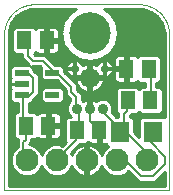
<source format=gtl>
G75*
%MOIN*%
%OFA0B0*%
%FSLAX25Y25*%
%IPPOS*%
%LPD*%
%AMOC8*
5,1,8,0,0,1.08239X$1,22.5*
%
%ADD10C,0.00000*%
%ADD11R,0.05118X0.05906*%
%ADD12R,0.04724X0.02165*%
%ADD13C,0.07600*%
%ADD14C,0.13843*%
%ADD15C,0.03543*%
%ADD16C,0.02756*%
%ADD17C,0.06614*%
%ADD18R,0.06299X0.07087*%
%ADD19R,0.05118X0.06299*%
%ADD20C,0.00800*%
%ADD21C,0.01000*%
%ADD22C,0.00600*%
D10*
X0001802Y0001500D02*
X0056802Y0001500D01*
X0056802Y0053500D01*
X0056799Y0053742D01*
X0056790Y0053983D01*
X0056776Y0054224D01*
X0056755Y0054465D01*
X0056729Y0054705D01*
X0056697Y0054945D01*
X0056659Y0055184D01*
X0056616Y0055421D01*
X0056566Y0055658D01*
X0056511Y0055893D01*
X0056451Y0056127D01*
X0056384Y0056359D01*
X0056313Y0056590D01*
X0056235Y0056819D01*
X0056152Y0057046D01*
X0056064Y0057271D01*
X0055970Y0057494D01*
X0055871Y0057714D01*
X0055766Y0057932D01*
X0055657Y0058147D01*
X0055542Y0058360D01*
X0055422Y0058570D01*
X0055297Y0058776D01*
X0055167Y0058980D01*
X0055032Y0059181D01*
X0054892Y0059378D01*
X0054748Y0059572D01*
X0054599Y0059762D01*
X0054445Y0059948D01*
X0054287Y0060131D01*
X0054125Y0060310D01*
X0053958Y0060485D01*
X0053787Y0060656D01*
X0053612Y0060823D01*
X0053433Y0060985D01*
X0053250Y0061143D01*
X0053064Y0061297D01*
X0052874Y0061446D01*
X0052680Y0061590D01*
X0052483Y0061730D01*
X0052282Y0061865D01*
X0052078Y0061995D01*
X0051872Y0062120D01*
X0051662Y0062240D01*
X0051449Y0062355D01*
X0051234Y0062464D01*
X0051016Y0062569D01*
X0050796Y0062668D01*
X0050573Y0062762D01*
X0050348Y0062850D01*
X0050121Y0062933D01*
X0049892Y0063011D01*
X0049661Y0063082D01*
X0049429Y0063149D01*
X0049195Y0063209D01*
X0048960Y0063264D01*
X0048723Y0063314D01*
X0048486Y0063357D01*
X0048247Y0063395D01*
X0048007Y0063427D01*
X0047767Y0063453D01*
X0047526Y0063474D01*
X0047285Y0063488D01*
X0047044Y0063497D01*
X0046802Y0063500D01*
X0011802Y0063500D01*
X0011560Y0063497D01*
X0011319Y0063488D01*
X0011078Y0063474D01*
X0010837Y0063453D01*
X0010597Y0063427D01*
X0010357Y0063395D01*
X0010118Y0063357D01*
X0009881Y0063314D01*
X0009644Y0063264D01*
X0009409Y0063209D01*
X0009175Y0063149D01*
X0008943Y0063082D01*
X0008712Y0063011D01*
X0008483Y0062933D01*
X0008256Y0062850D01*
X0008031Y0062762D01*
X0007808Y0062668D01*
X0007588Y0062569D01*
X0007370Y0062464D01*
X0007155Y0062355D01*
X0006942Y0062240D01*
X0006732Y0062120D01*
X0006526Y0061995D01*
X0006322Y0061865D01*
X0006121Y0061730D01*
X0005924Y0061590D01*
X0005730Y0061446D01*
X0005540Y0061297D01*
X0005354Y0061143D01*
X0005171Y0060985D01*
X0004992Y0060823D01*
X0004817Y0060656D01*
X0004646Y0060485D01*
X0004479Y0060310D01*
X0004317Y0060131D01*
X0004159Y0059948D01*
X0004005Y0059762D01*
X0003856Y0059572D01*
X0003712Y0059378D01*
X0003572Y0059181D01*
X0003437Y0058980D01*
X0003307Y0058776D01*
X0003182Y0058570D01*
X0003062Y0058360D01*
X0002947Y0058147D01*
X0002838Y0057932D01*
X0002733Y0057714D01*
X0002634Y0057494D01*
X0002540Y0057271D01*
X0002452Y0057046D01*
X0002369Y0056819D01*
X0002291Y0056590D01*
X0002220Y0056359D01*
X0002153Y0056127D01*
X0002093Y0055893D01*
X0002038Y0055658D01*
X0001988Y0055421D01*
X0001945Y0055184D01*
X0001907Y0054945D01*
X0001875Y0054705D01*
X0001849Y0054465D01*
X0001828Y0054224D01*
X0001814Y0053983D01*
X0001805Y0053742D01*
X0001802Y0053500D01*
X0001802Y0001500D01*
X0028629Y0039000D02*
X0028631Y0039081D01*
X0028637Y0039163D01*
X0028647Y0039244D01*
X0028661Y0039324D01*
X0028678Y0039403D01*
X0028700Y0039482D01*
X0028725Y0039559D01*
X0028754Y0039636D01*
X0028787Y0039710D01*
X0028824Y0039783D01*
X0028863Y0039854D01*
X0028907Y0039923D01*
X0028953Y0039990D01*
X0029003Y0040054D01*
X0029056Y0040116D01*
X0029112Y0040176D01*
X0029170Y0040232D01*
X0029232Y0040286D01*
X0029296Y0040337D01*
X0029362Y0040384D01*
X0029430Y0040428D01*
X0029501Y0040469D01*
X0029573Y0040506D01*
X0029648Y0040540D01*
X0029723Y0040570D01*
X0029801Y0040596D01*
X0029879Y0040619D01*
X0029958Y0040637D01*
X0030038Y0040652D01*
X0030119Y0040663D01*
X0030200Y0040670D01*
X0030282Y0040673D01*
X0030363Y0040672D01*
X0030444Y0040667D01*
X0030525Y0040658D01*
X0030606Y0040645D01*
X0030686Y0040628D01*
X0030764Y0040608D01*
X0030842Y0040583D01*
X0030919Y0040555D01*
X0030994Y0040523D01*
X0031067Y0040488D01*
X0031138Y0040449D01*
X0031208Y0040406D01*
X0031275Y0040361D01*
X0031341Y0040312D01*
X0031403Y0040260D01*
X0031463Y0040204D01*
X0031520Y0040146D01*
X0031575Y0040086D01*
X0031626Y0040022D01*
X0031674Y0039957D01*
X0031719Y0039889D01*
X0031761Y0039819D01*
X0031799Y0039747D01*
X0031834Y0039673D01*
X0031865Y0039598D01*
X0031892Y0039521D01*
X0031915Y0039443D01*
X0031935Y0039364D01*
X0031951Y0039284D01*
X0031963Y0039203D01*
X0031971Y0039122D01*
X0031975Y0039041D01*
X0031975Y0038959D01*
X0031971Y0038878D01*
X0031963Y0038797D01*
X0031951Y0038716D01*
X0031935Y0038636D01*
X0031915Y0038557D01*
X0031892Y0038479D01*
X0031865Y0038402D01*
X0031834Y0038327D01*
X0031799Y0038253D01*
X0031761Y0038181D01*
X0031719Y0038111D01*
X0031674Y0038043D01*
X0031626Y0037978D01*
X0031575Y0037914D01*
X0031520Y0037854D01*
X0031463Y0037796D01*
X0031403Y0037740D01*
X0031341Y0037688D01*
X0031275Y0037639D01*
X0031208Y0037594D01*
X0031139Y0037551D01*
X0031067Y0037512D01*
X0030994Y0037477D01*
X0030919Y0037445D01*
X0030842Y0037417D01*
X0030764Y0037392D01*
X0030686Y0037372D01*
X0030606Y0037355D01*
X0030525Y0037342D01*
X0030444Y0037333D01*
X0030363Y0037328D01*
X0030282Y0037327D01*
X0030200Y0037330D01*
X0030119Y0037337D01*
X0030038Y0037348D01*
X0029958Y0037363D01*
X0029879Y0037381D01*
X0029801Y0037404D01*
X0029723Y0037430D01*
X0029648Y0037460D01*
X0029573Y0037494D01*
X0029501Y0037531D01*
X0029430Y0037572D01*
X0029362Y0037616D01*
X0029296Y0037663D01*
X0029232Y0037714D01*
X0029170Y0037768D01*
X0029112Y0037824D01*
X0029056Y0037884D01*
X0029003Y0037946D01*
X0028953Y0038010D01*
X0028907Y0038077D01*
X0028863Y0038146D01*
X0028824Y0038217D01*
X0028787Y0038290D01*
X0028754Y0038364D01*
X0028725Y0038441D01*
X0028700Y0038518D01*
X0028678Y0038597D01*
X0028661Y0038676D01*
X0028647Y0038756D01*
X0028637Y0038837D01*
X0028631Y0038919D01*
X0028629Y0039000D01*
D11*
X0016042Y0051500D03*
X0008562Y0051500D03*
X0009062Y0023000D03*
X0016542Y0023000D03*
X0026062Y0021500D03*
X0033542Y0021500D03*
X0043062Y0031500D03*
X0050542Y0031500D03*
D12*
X0017920Y0033260D03*
X0017920Y0040740D03*
X0007683Y0040740D03*
X0007683Y0037000D03*
X0007683Y0033260D03*
D13*
X0009302Y0011500D03*
X0019302Y0011500D03*
X0029302Y0011500D03*
X0039302Y0011500D03*
X0049302Y0011500D03*
D14*
X0030302Y0054000D03*
D15*
X0030302Y0028685D03*
X0025971Y0028685D03*
X0034633Y0028685D03*
D16*
X0035302Y0042110D03*
X0025302Y0042110D03*
D17*
X0030302Y0039000D03*
D18*
X0040290Y0021000D03*
X0051314Y0021000D03*
D19*
X0050042Y0042000D03*
X0042562Y0042000D03*
D20*
X0050042Y0042000D02*
X0050602Y0041000D01*
X0050602Y0031400D01*
X0050542Y0031500D01*
X0043062Y0031500D02*
X0042602Y0031100D01*
X0042602Y0027900D01*
X0041802Y0027100D01*
X0041802Y0023900D01*
X0040202Y0022300D01*
X0040290Y0021000D01*
X0041002Y0020700D01*
X0042602Y0020700D01*
X0049002Y0014300D01*
X0049002Y0011900D01*
X0049302Y0011500D01*
X0047402Y0006300D02*
X0042602Y0011100D01*
X0039402Y0011100D01*
X0039302Y0011500D01*
X0040290Y0021000D02*
X0041002Y0021500D01*
X0040202Y0022300D01*
X0035402Y0027100D01*
X0035402Y0027900D01*
X0034633Y0028685D01*
X0026602Y0027900D02*
X0026602Y0021500D01*
X0026062Y0021500D01*
X0025802Y0021500D01*
X0025802Y0018300D01*
X0019402Y0011900D01*
X0019302Y0011500D01*
X0009302Y0011500D02*
X0009002Y0011900D01*
X0008202Y0012700D01*
X0008202Y0017500D01*
X0009002Y0018300D01*
X0009002Y0022300D01*
X0009062Y0023000D01*
X0009002Y0023100D01*
X0008202Y0023900D01*
X0008202Y0032700D01*
X0007683Y0033260D01*
X0008202Y0032700D02*
X0009802Y0032700D01*
X0011402Y0034300D01*
X0011402Y0039100D01*
X0009802Y0040700D01*
X0008202Y0040700D01*
X0007683Y0040740D01*
X0011402Y0044700D02*
X0009802Y0046300D01*
X0009802Y0050300D01*
X0009002Y0051100D01*
X0008562Y0051500D01*
X0011402Y0044700D02*
X0014602Y0044700D01*
X0017802Y0041500D01*
X0017920Y0040740D01*
X0018602Y0040700D01*
X0019402Y0040700D01*
X0024202Y0035900D01*
X0024202Y0034300D01*
X0025802Y0032700D01*
X0025802Y0028700D01*
X0025971Y0028685D01*
X0026602Y0027900D01*
X0047402Y0006300D02*
X0051402Y0006300D01*
X0055402Y0010300D01*
X0055402Y0012700D01*
X0050602Y0017500D01*
X0050602Y0020700D01*
X0051314Y0021000D01*
D21*
X0046664Y0025165D02*
X0047543Y0026043D01*
X0055085Y0026043D01*
X0055302Y0025826D01*
X0055302Y0053500D01*
X0055197Y0054830D01*
X0054376Y0057359D01*
X0052812Y0059510D01*
X0050661Y0061074D01*
X0048132Y0061895D01*
X0046802Y0062000D01*
X0034989Y0062000D01*
X0036975Y0060673D01*
X0039021Y0057611D01*
X0039739Y0054000D01*
X0039021Y0050389D01*
X0036975Y0047327D01*
X0033913Y0045281D01*
X0030302Y0044563D01*
X0026691Y0045281D01*
X0023629Y0047327D01*
X0021583Y0050389D01*
X0020865Y0054000D01*
X0021583Y0057611D01*
X0023629Y0060673D01*
X0025615Y0062000D01*
X0011802Y0062000D01*
X0010472Y0061895D01*
X0007943Y0061074D01*
X0005792Y0059510D01*
X0004228Y0057359D01*
X0003407Y0054830D01*
X0003302Y0053500D01*
X0003302Y0003000D01*
X0055302Y0003000D01*
X0055302Y0007513D01*
X0053302Y0005513D01*
X0052189Y0004400D01*
X0046615Y0004400D01*
X0043156Y0007859D01*
X0042304Y0007007D01*
X0040356Y0006200D01*
X0038248Y0006200D01*
X0036300Y0007007D01*
X0034809Y0008498D01*
X0034299Y0009728D01*
X0034214Y0009466D01*
X0033835Y0008722D01*
X0033345Y0008047D01*
X0032755Y0007457D01*
X0032080Y0006967D01*
X0031336Y0006588D01*
X0030543Y0006330D01*
X0029786Y0006211D01*
X0029786Y0011016D01*
X0028818Y0011016D01*
X0028818Y0006211D01*
X0028061Y0006330D01*
X0027267Y0006588D01*
X0026524Y0006967D01*
X0025849Y0007457D01*
X0025259Y0008047D01*
X0024769Y0008722D01*
X0024390Y0009466D01*
X0024305Y0009728D01*
X0023795Y0008498D01*
X0022304Y0007007D01*
X0020356Y0006200D01*
X0018248Y0006200D01*
X0016300Y0007007D01*
X0014809Y0008498D01*
X0014302Y0009722D01*
X0013795Y0008498D01*
X0012304Y0007007D01*
X0010356Y0006200D01*
X0008248Y0006200D01*
X0006300Y0007007D01*
X0004809Y0008498D01*
X0004002Y0010446D01*
X0004002Y0012554D01*
X0004809Y0014502D01*
X0006300Y0015993D01*
X0006302Y0015994D01*
X0006302Y0018287D01*
X0006562Y0018547D01*
X0005881Y0018547D01*
X0005003Y0019426D01*
X0005003Y0026574D01*
X0005881Y0027453D01*
X0006302Y0027453D01*
X0006302Y0030677D01*
X0004700Y0030677D01*
X0003821Y0031556D01*
X0003821Y0034964D01*
X0004023Y0035166D01*
X0003924Y0035338D01*
X0003821Y0035720D01*
X0003821Y0036959D01*
X0007642Y0036959D01*
X0007642Y0037041D01*
X0003821Y0037041D01*
X0003821Y0038280D01*
X0003924Y0038662D01*
X0004023Y0038834D01*
X0003821Y0039036D01*
X0003821Y0042444D01*
X0004700Y0043323D01*
X0010092Y0043323D01*
X0009502Y0043913D01*
X0009502Y0043913D01*
X0009015Y0044400D01*
X0009015Y0044400D01*
X0007902Y0045513D01*
X0007902Y0047047D01*
X0005381Y0047047D01*
X0004503Y0047926D01*
X0004503Y0055074D01*
X0005381Y0055953D01*
X0011742Y0055953D01*
X0012302Y0055393D01*
X0012562Y0055653D01*
X0012904Y0055851D01*
X0013286Y0055953D01*
X0015542Y0055953D01*
X0015542Y0052000D01*
X0016542Y0052000D01*
X0016542Y0055953D01*
X0018799Y0055953D01*
X0019180Y0055851D01*
X0019522Y0055653D01*
X0019801Y0055374D01*
X0019999Y0055032D01*
X0020101Y0054650D01*
X0020101Y0052000D01*
X0016542Y0052000D01*
X0016542Y0051000D01*
X0016542Y0047047D01*
X0018799Y0047047D01*
X0019180Y0047149D01*
X0019522Y0047347D01*
X0019801Y0047626D01*
X0019999Y0047968D01*
X0020101Y0048350D01*
X0020101Y0051000D01*
X0016542Y0051000D01*
X0015542Y0051000D01*
X0015542Y0047047D01*
X0013286Y0047047D01*
X0012904Y0047149D01*
X0012562Y0047347D01*
X0012302Y0047607D01*
X0011742Y0047047D01*
X0011742Y0047047D01*
X0012189Y0046600D01*
X0015389Y0046600D01*
X0016502Y0045487D01*
X0018666Y0043323D01*
X0020904Y0043323D01*
X0021783Y0042444D01*
X0021783Y0041006D01*
X0024989Y0037800D01*
X0026068Y0036721D01*
X0025847Y0037155D01*
X0025613Y0037874D01*
X0025514Y0038500D01*
X0027129Y0038500D01*
X0027129Y0039500D01*
X0026521Y0039500D01*
X0026141Y0039343D01*
X0025585Y0039232D01*
X0025491Y0039232D01*
X0025491Y0041921D01*
X0025113Y0041921D01*
X0025113Y0039232D01*
X0025019Y0039232D01*
X0024463Y0039343D01*
X0023939Y0039560D01*
X0023467Y0039875D01*
X0023067Y0040276D01*
X0022752Y0040747D01*
X0022535Y0041271D01*
X0022424Y0041827D01*
X0022424Y0041921D01*
X0025113Y0041921D01*
X0025113Y0042299D01*
X0022424Y0042299D01*
X0022424Y0042394D01*
X0022535Y0042950D01*
X0022752Y0043473D01*
X0023067Y0043945D01*
X0023467Y0044346D01*
X0023939Y0044661D01*
X0024463Y0044878D01*
X0025019Y0044988D01*
X0025113Y0044988D01*
X0025113Y0042299D01*
X0025491Y0042299D01*
X0025491Y0044988D01*
X0025585Y0044988D01*
X0026141Y0044878D01*
X0026665Y0044661D01*
X0027137Y0044346D01*
X0027537Y0043945D01*
X0027852Y0043473D01*
X0027964Y0043204D01*
X0028457Y0043455D01*
X0029176Y0043689D01*
X0029802Y0043788D01*
X0029802Y0042173D01*
X0030802Y0042173D01*
X0030802Y0043788D01*
X0031428Y0043689D01*
X0032147Y0043455D01*
X0032640Y0043204D01*
X0032752Y0043473D01*
X0033067Y0043945D01*
X0033467Y0044346D01*
X0033939Y0044661D01*
X0034463Y0044878D01*
X0035019Y0044988D01*
X0035113Y0044988D01*
X0035113Y0042299D01*
X0035491Y0042299D01*
X0038180Y0042299D01*
X0038180Y0042394D01*
X0038069Y0042950D01*
X0037852Y0043473D01*
X0037537Y0043945D01*
X0037137Y0044346D01*
X0036665Y0044661D01*
X0036141Y0044878D01*
X0035585Y0044988D01*
X0035491Y0044988D01*
X0035491Y0042299D01*
X0035491Y0041921D01*
X0035491Y0039232D01*
X0035585Y0039232D01*
X0036141Y0039343D01*
X0036665Y0039560D01*
X0037137Y0039875D01*
X0037537Y0040276D01*
X0037852Y0040747D01*
X0038069Y0041271D01*
X0038180Y0041827D01*
X0038180Y0041921D01*
X0035491Y0041921D01*
X0035113Y0041921D01*
X0035113Y0039232D01*
X0035019Y0039232D01*
X0034463Y0039343D01*
X0034083Y0039500D01*
X0033475Y0039500D01*
X0033475Y0038500D01*
X0035090Y0038500D01*
X0034991Y0037874D01*
X0034757Y0037155D01*
X0034413Y0036481D01*
X0033969Y0035868D01*
X0033434Y0035333D01*
X0032821Y0034889D01*
X0032147Y0034545D01*
X0031428Y0034311D01*
X0030802Y0034212D01*
X0030802Y0035827D01*
X0029802Y0035827D01*
X0029802Y0034212D01*
X0029176Y0034311D01*
X0028457Y0034545D01*
X0027783Y0034889D01*
X0027170Y0035333D01*
X0026635Y0035868D01*
X0026191Y0036481D01*
X0026102Y0036654D01*
X0026102Y0035087D01*
X0026589Y0034600D01*
X0027702Y0033487D01*
X0027702Y0031509D01*
X0027825Y0031459D01*
X0028137Y0031146D01*
X0028216Y0031226D01*
X0028752Y0031584D01*
X0029348Y0031831D01*
X0029916Y0031944D01*
X0029916Y0029071D01*
X0030688Y0029071D01*
X0030688Y0031944D01*
X0031256Y0031831D01*
X0031852Y0031584D01*
X0032388Y0031226D01*
X0032467Y0031146D01*
X0032779Y0031459D01*
X0033982Y0031957D01*
X0035283Y0031957D01*
X0036486Y0031459D01*
X0037406Y0030538D01*
X0037904Y0029336D01*
X0037904Y0028034D01*
X0037685Y0027504D01*
X0039146Y0026043D01*
X0039902Y0026043D01*
X0039902Y0027047D01*
X0039881Y0027047D01*
X0039003Y0027926D01*
X0039003Y0035074D01*
X0039881Y0035953D01*
X0046242Y0035953D01*
X0046802Y0035393D01*
X0047362Y0035953D01*
X0048702Y0035953D01*
X0048702Y0037350D01*
X0046862Y0037350D01*
X0046302Y0037910D01*
X0046042Y0037650D01*
X0045700Y0037453D01*
X0045318Y0037350D01*
X0043062Y0037350D01*
X0043062Y0041500D01*
X0042062Y0041500D01*
X0042062Y0037350D01*
X0039805Y0037350D01*
X0039424Y0037453D01*
X0039082Y0037650D01*
X0038802Y0037929D01*
X0038605Y0038271D01*
X0038503Y0038653D01*
X0038503Y0041500D01*
X0042062Y0041500D01*
X0042062Y0042500D01*
X0042062Y0046650D01*
X0039805Y0046650D01*
X0039424Y0046547D01*
X0039082Y0046350D01*
X0038802Y0046071D01*
X0038605Y0045729D01*
X0038503Y0045347D01*
X0038503Y0042500D01*
X0042062Y0042500D01*
X0043062Y0042500D01*
X0043062Y0046650D01*
X0045318Y0046650D01*
X0045700Y0046547D01*
X0046042Y0046350D01*
X0046302Y0046090D01*
X0046862Y0046650D01*
X0053223Y0046650D01*
X0054101Y0045771D01*
X0054101Y0038229D01*
X0053223Y0037350D01*
X0052502Y0037350D01*
X0052502Y0035953D01*
X0053723Y0035953D01*
X0054601Y0035074D01*
X0054601Y0027926D01*
X0053723Y0027047D01*
X0047362Y0027047D01*
X0046802Y0027607D01*
X0046242Y0027047D01*
X0044436Y0027047D01*
X0043702Y0026313D01*
X0043702Y0026043D01*
X0044061Y0026043D01*
X0044940Y0025165D01*
X0044940Y0021049D01*
X0046664Y0019325D01*
X0046664Y0025165D01*
X0046964Y0025464D02*
X0044640Y0025464D01*
X0044940Y0024466D02*
X0046664Y0024466D01*
X0046664Y0023467D02*
X0044940Y0023467D01*
X0044940Y0022469D02*
X0046664Y0022469D01*
X0046664Y0021470D02*
X0044940Y0021470D01*
X0045517Y0020472D02*
X0046664Y0020472D01*
X0046664Y0019473D02*
X0046516Y0019473D01*
X0043852Y0026463D02*
X0055302Y0026463D01*
X0055302Y0027461D02*
X0054137Y0027461D01*
X0054601Y0028460D02*
X0055302Y0028460D01*
X0055302Y0029458D02*
X0054601Y0029458D01*
X0054601Y0030457D02*
X0055302Y0030457D01*
X0055302Y0031455D02*
X0054601Y0031455D01*
X0054601Y0032454D02*
X0055302Y0032454D01*
X0055302Y0033452D02*
X0054601Y0033452D01*
X0054601Y0034451D02*
X0055302Y0034451D01*
X0055302Y0035449D02*
X0054226Y0035449D01*
X0055302Y0036448D02*
X0052502Y0036448D01*
X0053319Y0037446D02*
X0055302Y0037446D01*
X0055302Y0038445D02*
X0054101Y0038445D01*
X0054101Y0039443D02*
X0055302Y0039443D01*
X0055302Y0040442D02*
X0054101Y0040442D01*
X0054101Y0041440D02*
X0055302Y0041440D01*
X0055302Y0042439D02*
X0054101Y0042439D01*
X0054101Y0043437D02*
X0055302Y0043437D01*
X0055302Y0044436D02*
X0054101Y0044436D01*
X0054101Y0045434D02*
X0055302Y0045434D01*
X0055302Y0046433D02*
X0053439Y0046433D01*
X0055302Y0047432D02*
X0037045Y0047432D01*
X0037712Y0048430D02*
X0055302Y0048430D01*
X0055302Y0049429D02*
X0038379Y0049429D01*
X0039028Y0050427D02*
X0055302Y0050427D01*
X0055302Y0051426D02*
X0039227Y0051426D01*
X0039426Y0052424D02*
X0055302Y0052424D01*
X0055302Y0053423D02*
X0039624Y0053423D01*
X0039655Y0054421D02*
X0055229Y0054421D01*
X0055006Y0055420D02*
X0039457Y0055420D01*
X0039258Y0056418D02*
X0054681Y0056418D01*
X0054334Y0057417D02*
X0039059Y0057417D01*
X0038484Y0058415D02*
X0053608Y0058415D01*
X0052883Y0059414D02*
X0037816Y0059414D01*
X0037149Y0060412D02*
X0051571Y0060412D01*
X0049623Y0061411D02*
X0035871Y0061411D01*
X0024733Y0061411D02*
X0008981Y0061411D01*
X0007033Y0060412D02*
X0023455Y0060412D01*
X0022788Y0059414D02*
X0005721Y0059414D01*
X0004996Y0058415D02*
X0022120Y0058415D01*
X0021545Y0057417D02*
X0004270Y0057417D01*
X0003923Y0056418D02*
X0021346Y0056418D01*
X0021147Y0055420D02*
X0019756Y0055420D01*
X0020101Y0054421D02*
X0020949Y0054421D01*
X0020980Y0053423D02*
X0020101Y0053423D01*
X0020101Y0052424D02*
X0021178Y0052424D01*
X0021377Y0051426D02*
X0016542Y0051426D01*
X0016542Y0052424D02*
X0015542Y0052424D01*
X0015542Y0053423D02*
X0016542Y0053423D01*
X0016542Y0054421D02*
X0015542Y0054421D01*
X0015542Y0055420D02*
X0016542Y0055420D01*
X0012329Y0055420D02*
X0012275Y0055420D01*
X0015542Y0050427D02*
X0016542Y0050427D01*
X0016542Y0049429D02*
X0015542Y0049429D01*
X0015542Y0048430D02*
X0016542Y0048430D01*
X0016542Y0047432D02*
X0015542Y0047432D01*
X0015556Y0046433D02*
X0024967Y0046433D01*
X0023559Y0047432D02*
X0019607Y0047432D01*
X0020101Y0048430D02*
X0022892Y0048430D01*
X0022225Y0049429D02*
X0020101Y0049429D01*
X0020101Y0050427D02*
X0021576Y0050427D01*
X0026461Y0045434D02*
X0016554Y0045434D01*
X0017553Y0044436D02*
X0023603Y0044436D01*
X0022737Y0043437D02*
X0018552Y0043437D01*
X0021783Y0042439D02*
X0022433Y0042439D01*
X0022501Y0041440D02*
X0021783Y0041440D01*
X0022347Y0040442D02*
X0022955Y0040442D01*
X0023346Y0039443D02*
X0024220Y0039443D01*
X0025113Y0039443D02*
X0025491Y0039443D01*
X0025491Y0040442D02*
X0025113Y0040442D01*
X0025113Y0041440D02*
X0025491Y0041440D01*
X0025491Y0042439D02*
X0025113Y0042439D01*
X0025113Y0043437D02*
X0025491Y0043437D01*
X0025491Y0044436D02*
X0025113Y0044436D01*
X0027001Y0044436D02*
X0033603Y0044436D01*
X0032737Y0043437D02*
X0032181Y0043437D01*
X0030802Y0043437D02*
X0029802Y0043437D01*
X0029802Y0042439D02*
X0030802Y0042439D01*
X0028423Y0043437D02*
X0027867Y0043437D01*
X0027129Y0039443D02*
X0026384Y0039443D01*
X0025523Y0038445D02*
X0024344Y0038445D01*
X0025343Y0037446D02*
X0025752Y0037446D01*
X0026102Y0036448D02*
X0026214Y0036448D01*
X0026102Y0035449D02*
X0027054Y0035449D01*
X0026738Y0034451D02*
X0028747Y0034451D01*
X0029802Y0034451D02*
X0030802Y0034451D01*
X0030802Y0035449D02*
X0029802Y0035449D01*
X0031857Y0034451D02*
X0039003Y0034451D01*
X0039378Y0035449D02*
X0033550Y0035449D01*
X0034390Y0036448D02*
X0048702Y0036448D01*
X0046858Y0035449D02*
X0046746Y0035449D01*
X0046766Y0037446D02*
X0045677Y0037446D01*
X0043062Y0037446D02*
X0042062Y0037446D01*
X0042062Y0038445D02*
X0043062Y0038445D01*
X0043062Y0039443D02*
X0042062Y0039443D01*
X0042062Y0040442D02*
X0043062Y0040442D01*
X0043062Y0041440D02*
X0042062Y0041440D01*
X0042062Y0042439D02*
X0038171Y0042439D01*
X0038103Y0041440D02*
X0038503Y0041440D01*
X0038503Y0040442D02*
X0037649Y0040442D01*
X0038503Y0039443D02*
X0036384Y0039443D01*
X0035491Y0039443D02*
X0035113Y0039443D01*
X0035113Y0040442D02*
X0035491Y0040442D01*
X0035491Y0041440D02*
X0035113Y0041440D01*
X0035113Y0042439D02*
X0035491Y0042439D01*
X0035491Y0043437D02*
X0035113Y0043437D01*
X0035113Y0044436D02*
X0035491Y0044436D01*
X0034143Y0045434D02*
X0038526Y0045434D01*
X0039226Y0046433D02*
X0035637Y0046433D01*
X0037001Y0044436D02*
X0038503Y0044436D01*
X0038503Y0043437D02*
X0037867Y0043437D01*
X0034220Y0039443D02*
X0033475Y0039443D01*
X0035081Y0038445D02*
X0038559Y0038445D01*
X0039447Y0037446D02*
X0034852Y0037446D01*
X0039003Y0033452D02*
X0027702Y0033452D01*
X0027702Y0032454D02*
X0039003Y0032454D01*
X0039003Y0031455D02*
X0036489Y0031455D01*
X0037440Y0030457D02*
X0039003Y0030457D01*
X0039003Y0029458D02*
X0037854Y0029458D01*
X0037904Y0028460D02*
X0039003Y0028460D01*
X0039467Y0027461D02*
X0037728Y0027461D01*
X0038726Y0026463D02*
X0039902Y0026463D01*
X0034042Y0021000D02*
X0034042Y0017047D01*
X0035641Y0017047D01*
X0035641Y0016835D01*
X0036429Y0016047D01*
X0036300Y0015993D01*
X0034809Y0014502D01*
X0034299Y0013272D01*
X0034214Y0013534D01*
X0033835Y0014278D01*
X0033345Y0014953D01*
X0032755Y0015543D01*
X0032080Y0016033D01*
X0031336Y0016412D01*
X0030543Y0016669D01*
X0029786Y0016789D01*
X0029786Y0011984D01*
X0028818Y0011984D01*
X0028818Y0016789D01*
X0028061Y0016669D01*
X0027267Y0016412D01*
X0026524Y0016033D01*
X0025849Y0015543D01*
X0025259Y0014953D01*
X0024769Y0014278D01*
X0024390Y0013534D01*
X0024305Y0013272D01*
X0024058Y0013869D01*
X0027236Y0017047D01*
X0029242Y0017047D01*
X0029802Y0017607D01*
X0030062Y0017347D01*
X0030404Y0017149D01*
X0030786Y0017047D01*
X0033042Y0017047D01*
X0033042Y0021000D01*
X0034042Y0021000D01*
X0034042Y0020472D02*
X0033042Y0020472D01*
X0033042Y0019473D02*
X0034042Y0019473D01*
X0034042Y0018475D02*
X0033042Y0018475D01*
X0033042Y0017476D02*
X0034042Y0017476D01*
X0035998Y0016478D02*
X0031133Y0016478D01*
X0029786Y0016478D02*
X0028818Y0016478D01*
X0029671Y0017476D02*
X0029933Y0017476D01*
X0029786Y0015479D02*
X0028818Y0015479D01*
X0028818Y0014481D02*
X0029786Y0014481D01*
X0029786Y0013482D02*
X0028818Y0013482D01*
X0028818Y0012484D02*
X0029786Y0012484D01*
X0029786Y0010487D02*
X0028818Y0010487D01*
X0028818Y0009488D02*
X0029786Y0009488D01*
X0029786Y0008490D02*
X0028818Y0008490D01*
X0028818Y0007491D02*
X0029786Y0007491D01*
X0029786Y0006493D02*
X0028818Y0006493D01*
X0027562Y0006493D02*
X0021063Y0006493D01*
X0022788Y0007491D02*
X0025816Y0007491D01*
X0024938Y0008490D02*
X0023787Y0008490D01*
X0024205Y0009488D02*
X0024383Y0009488D01*
X0024373Y0013482D02*
X0024218Y0013482D01*
X0024670Y0014481D02*
X0024916Y0014481D01*
X0025668Y0015479D02*
X0025786Y0015479D01*
X0026667Y0016478D02*
X0027471Y0016478D01*
X0022372Y0017557D02*
X0021246Y0016431D01*
X0020356Y0016800D01*
X0018248Y0016800D01*
X0016300Y0015993D01*
X0014809Y0014502D01*
X0014302Y0013278D01*
X0013795Y0014502D01*
X0012304Y0015993D01*
X0010356Y0016800D01*
X0010189Y0016800D01*
X0010902Y0017513D01*
X0010902Y0018547D01*
X0012242Y0018547D01*
X0012802Y0019107D01*
X0013062Y0018847D01*
X0013404Y0018649D01*
X0013786Y0018547D01*
X0016042Y0018547D01*
X0016042Y0022500D01*
X0017042Y0022500D01*
X0017042Y0018547D01*
X0019299Y0018547D01*
X0019680Y0018649D01*
X0020022Y0018847D01*
X0020301Y0019126D01*
X0020499Y0019468D01*
X0020601Y0019850D01*
X0020601Y0022500D01*
X0017042Y0022500D01*
X0017042Y0023500D01*
X0016042Y0023500D01*
X0016042Y0027453D01*
X0013786Y0027453D01*
X0013404Y0027351D01*
X0013062Y0027153D01*
X0012802Y0026893D01*
X0012242Y0027453D01*
X0010102Y0027453D01*
X0010102Y0030677D01*
X0010667Y0030677D01*
X0011546Y0031556D01*
X0011546Y0031757D01*
X0011702Y0031913D01*
X0013302Y0033513D01*
X0013302Y0039887D01*
X0012189Y0041000D01*
X0011546Y0041643D01*
X0011546Y0042444D01*
X0011190Y0042800D01*
X0013815Y0042800D01*
X0014115Y0042500D01*
X0014058Y0042444D01*
X0014058Y0039036D01*
X0014937Y0038157D01*
X0019258Y0038157D01*
X0022302Y0035113D01*
X0022302Y0033513D01*
X0023902Y0031913D01*
X0023902Y0031243D01*
X0023198Y0030538D01*
X0022700Y0029336D01*
X0022700Y0028034D01*
X0023198Y0026832D01*
X0024077Y0025953D01*
X0022881Y0025953D01*
X0022003Y0025074D01*
X0022003Y0017926D01*
X0022372Y0017557D01*
X0022291Y0017476D02*
X0010865Y0017476D01*
X0011134Y0016478D02*
X0017470Y0016478D01*
X0015786Y0015479D02*
X0012818Y0015479D01*
X0013804Y0014481D02*
X0014800Y0014481D01*
X0014386Y0013482D02*
X0014218Y0013482D01*
X0014205Y0009488D02*
X0014399Y0009488D01*
X0014817Y0008490D02*
X0013787Y0008490D01*
X0012788Y0007491D02*
X0015816Y0007491D01*
X0017541Y0006493D02*
X0011063Y0006493D01*
X0007541Y0006493D02*
X0003302Y0006493D01*
X0003302Y0005494D02*
X0045521Y0005494D01*
X0046519Y0004496D02*
X0003302Y0004496D01*
X0003302Y0003497D02*
X0055302Y0003497D01*
X0055302Y0004496D02*
X0052285Y0004496D01*
X0053283Y0005494D02*
X0055302Y0005494D01*
X0055302Y0006493D02*
X0054282Y0006493D01*
X0055280Y0007491D02*
X0055302Y0007491D01*
X0044522Y0006493D02*
X0041063Y0006493D01*
X0042788Y0007491D02*
X0043524Y0007491D01*
X0037541Y0006493D02*
X0031042Y0006493D01*
X0032788Y0007491D02*
X0035816Y0007491D01*
X0034817Y0008490D02*
X0033666Y0008490D01*
X0034221Y0009488D02*
X0034399Y0009488D01*
X0034386Y0013482D02*
X0034231Y0013482D01*
X0033688Y0014481D02*
X0034800Y0014481D01*
X0035786Y0015479D02*
X0032818Y0015479D01*
X0023567Y0026463D02*
X0020517Y0026463D01*
X0020499Y0026532D02*
X0020301Y0026874D01*
X0020022Y0027153D01*
X0019680Y0027351D01*
X0019299Y0027453D01*
X0017042Y0027453D01*
X0017042Y0023500D01*
X0020601Y0023500D01*
X0020601Y0026150D01*
X0020499Y0026532D01*
X0020601Y0025464D02*
X0022393Y0025464D01*
X0022003Y0024466D02*
X0020601Y0024466D01*
X0022003Y0023467D02*
X0017042Y0023467D01*
X0017042Y0022469D02*
X0016042Y0022469D01*
X0016042Y0021470D02*
X0017042Y0021470D01*
X0017042Y0020472D02*
X0016042Y0020472D01*
X0016042Y0019473D02*
X0017042Y0019473D01*
X0020500Y0019473D02*
X0022003Y0019473D01*
X0022003Y0018475D02*
X0010902Y0018475D01*
X0006490Y0018475D02*
X0003302Y0018475D01*
X0003302Y0019473D02*
X0005003Y0019473D01*
X0005003Y0020472D02*
X0003302Y0020472D01*
X0003302Y0021470D02*
X0005003Y0021470D01*
X0005003Y0022469D02*
X0003302Y0022469D01*
X0003302Y0023467D02*
X0005003Y0023467D01*
X0005003Y0024466D02*
X0003302Y0024466D01*
X0003302Y0025464D02*
X0005003Y0025464D01*
X0005003Y0026463D02*
X0003302Y0026463D01*
X0003302Y0027461D02*
X0006302Y0027461D01*
X0006302Y0028460D02*
X0003302Y0028460D01*
X0003302Y0029458D02*
X0006302Y0029458D01*
X0006302Y0030457D02*
X0003302Y0030457D01*
X0003302Y0031455D02*
X0003922Y0031455D01*
X0003821Y0032454D02*
X0003302Y0032454D01*
X0003302Y0033452D02*
X0003821Y0033452D01*
X0003821Y0034451D02*
X0003302Y0034451D01*
X0003302Y0035449D02*
X0003894Y0035449D01*
X0003821Y0036448D02*
X0003302Y0036448D01*
X0003302Y0037446D02*
X0003821Y0037446D01*
X0003865Y0038445D02*
X0003302Y0038445D01*
X0003302Y0039443D02*
X0003821Y0039443D01*
X0003821Y0040442D02*
X0003302Y0040442D01*
X0003302Y0041440D02*
X0003821Y0041440D01*
X0003821Y0042439D02*
X0003302Y0042439D01*
X0003302Y0043437D02*
X0009978Y0043437D01*
X0008979Y0044436D02*
X0003302Y0044436D01*
X0003302Y0045434D02*
X0007980Y0045434D01*
X0007902Y0046433D02*
X0003302Y0046433D01*
X0003302Y0047432D02*
X0004997Y0047432D01*
X0004503Y0048430D02*
X0003302Y0048430D01*
X0003302Y0049429D02*
X0004503Y0049429D01*
X0004503Y0050427D02*
X0003302Y0050427D01*
X0003302Y0051426D02*
X0004503Y0051426D01*
X0004503Y0052424D02*
X0003302Y0052424D01*
X0003302Y0053423D02*
X0004503Y0053423D01*
X0004503Y0054421D02*
X0003374Y0054421D01*
X0003598Y0055420D02*
X0004848Y0055420D01*
X0012126Y0047432D02*
X0012477Y0047432D01*
X0011546Y0042439D02*
X0014058Y0042439D01*
X0014058Y0041440D02*
X0011749Y0041440D01*
X0012747Y0040442D02*
X0014058Y0040442D01*
X0014058Y0039443D02*
X0013302Y0039443D01*
X0013302Y0038445D02*
X0014650Y0038445D01*
X0013302Y0037446D02*
X0019969Y0037446D01*
X0020967Y0036448D02*
X0013302Y0036448D01*
X0013302Y0035449D02*
X0014544Y0035449D01*
X0014937Y0035843D02*
X0014058Y0034964D01*
X0014058Y0031556D01*
X0014937Y0030677D01*
X0020904Y0030677D01*
X0021783Y0031556D01*
X0021783Y0034964D01*
X0020904Y0035843D01*
X0014937Y0035843D01*
X0014058Y0034451D02*
X0013302Y0034451D01*
X0013241Y0033452D02*
X0014058Y0033452D01*
X0014058Y0032454D02*
X0012243Y0032454D01*
X0011445Y0031455D02*
X0014159Y0031455D01*
X0010102Y0030457D02*
X0023164Y0030457D01*
X0023902Y0031455D02*
X0021682Y0031455D01*
X0021783Y0032454D02*
X0023361Y0032454D01*
X0022363Y0033452D02*
X0021783Y0033452D01*
X0021783Y0034451D02*
X0022302Y0034451D01*
X0021966Y0035449D02*
X0021297Y0035449D01*
X0022750Y0029458D02*
X0010102Y0029458D01*
X0010102Y0028460D02*
X0022700Y0028460D01*
X0022937Y0027461D02*
X0010102Y0027461D01*
X0016042Y0026463D02*
X0017042Y0026463D01*
X0017042Y0025464D02*
X0016042Y0025464D01*
X0016042Y0024466D02*
X0017042Y0024466D01*
X0020601Y0022469D02*
X0022003Y0022469D01*
X0022003Y0021470D02*
X0020601Y0021470D01*
X0020601Y0020472D02*
X0022003Y0020472D01*
X0021293Y0016478D02*
X0021134Y0016478D01*
X0029916Y0029458D02*
X0030688Y0029458D01*
X0030688Y0030457D02*
X0029916Y0030457D01*
X0029916Y0031455D02*
X0030688Y0031455D01*
X0032045Y0031455D02*
X0032776Y0031455D01*
X0028559Y0031455D02*
X0027828Y0031455D01*
X0042062Y0043437D02*
X0043062Y0043437D01*
X0043062Y0044436D02*
X0042062Y0044436D01*
X0042062Y0045434D02*
X0043062Y0045434D01*
X0043062Y0046433D02*
X0042062Y0046433D01*
X0045898Y0046433D02*
X0046645Y0046433D01*
X0046656Y0027461D02*
X0046948Y0027461D01*
X0006302Y0017476D02*
X0003302Y0017476D01*
X0003302Y0016478D02*
X0006302Y0016478D01*
X0005786Y0015479D02*
X0003302Y0015479D01*
X0003302Y0014481D02*
X0004800Y0014481D01*
X0004386Y0013482D02*
X0003302Y0013482D01*
X0003302Y0012484D02*
X0004002Y0012484D01*
X0004002Y0011485D02*
X0003302Y0011485D01*
X0003302Y0010487D02*
X0004002Y0010487D01*
X0004399Y0009488D02*
X0003302Y0009488D01*
X0003302Y0008490D02*
X0004817Y0008490D01*
X0005816Y0007491D02*
X0003302Y0007491D01*
D22*
X0016542Y0023000D02*
X0016542Y0029638D01*
X0014458Y0031722D01*
X0014458Y0038966D01*
X0010501Y0042923D01*
X0009879Y0042923D01*
X0008802Y0044000D01*
X0007725Y0042923D01*
X0004866Y0042923D01*
X0004221Y0042278D01*
X0004221Y0036919D01*
X0003802Y0036500D01*
X0007183Y0036500D01*
X0007683Y0037000D01*
X0030302Y0028685D02*
X0030302Y0024740D01*
X0033542Y0021500D01*
M02*

</source>
